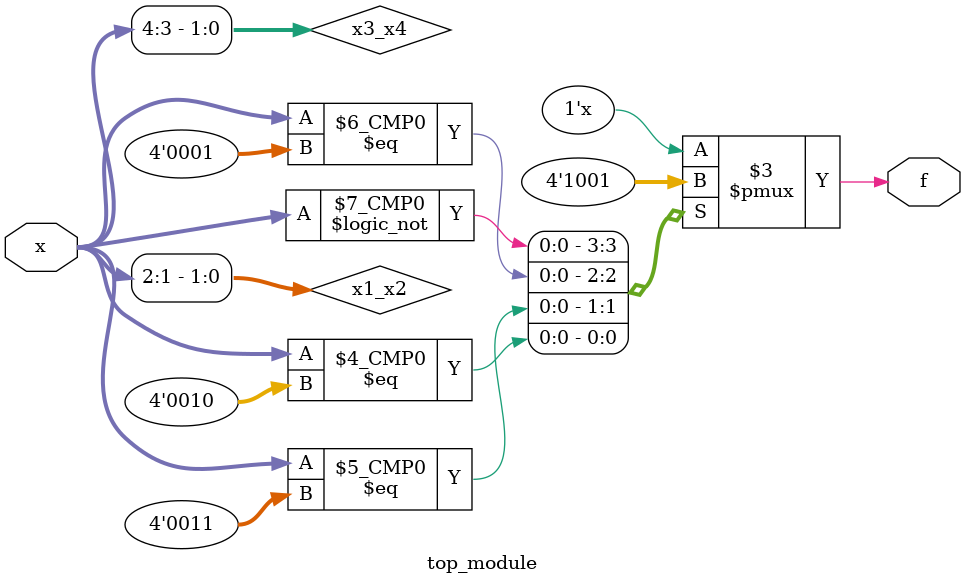
<source format=sv>
module top_module (
    input [4:1] x,
    output logic f
);

logic [1:0] x1_x2;
logic [1:0] x3_x4;

assign x1_x2 = x[2:1];
assign x3_x4 = x[4:3];

always_comb begin
    case({x3_x4, x1_x2})
        2'b00_00: f = 1'b1;
        2'b00_01: f = 1'b0;
        2'b00_11: f = 1'b0;
        2'b00_10: f = 1'b1;
        2'b01_00: f = 1'b0;
        2'b01_01: f = 1'b0;
        2'b01_11: f = 1'b0;
        2'b01_10: f = 1'b0;
        2'b11_00: f = 1'b1;
        2'b11_01: f = 1'b1;
        2'b11_11: f = 1'b1;
        2'b11_10: f = 1'b0;
        2'b10_00: f = 1'b1;
        2'b10_01: f = 1'b1;
        2'b10_11: f = 1'b0;
        2'b10_10: f = 1'b1;
    endcase
end

endmodule

</source>
